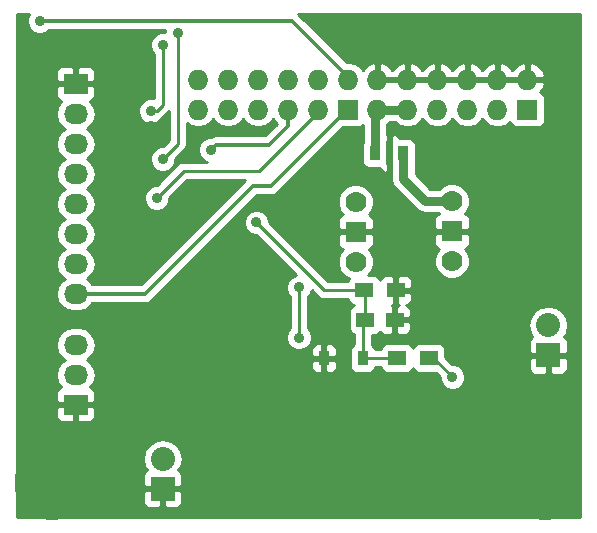
<source format=gbl>
%FSLAX46Y46*%
G04 Gerber Fmt 4.6, Leading zero omitted, Abs format (unit mm)*
G04 Created by KiCad (PCBNEW (2014-10-27 BZR 5228)-product) date 28/06/2015 08:06:50*
%MOMM*%
G01*
G04 APERTURE LIST*
%ADD10C,0.100000*%
%ADD11R,0.899160X1.249680*%
%ADD12R,0.500380X1.998980*%
%ADD13R,2.032000X2.032000*%
%ADD14O,2.032000X2.032000*%
%ADD15R,2.032000X1.727200*%
%ADD16O,2.032000X1.727200*%
%ADD17R,1.727200X1.727200*%
%ADD18O,1.727200X1.727200*%
%ADD19C,1.778000*%
%ADD20R,1.778000X1.778000*%
%ADD21C,6.350000*%
%ADD22R,1.500000X1.250000*%
%ADD23R,0.910000X1.220000*%
%ADD24R,1.500000X1.300000*%
%ADD25C,0.889000*%
%ADD26C,0.780000*%
%ADD27C,0.254000*%
%ADD28C,0.350000*%
G04 APERTURE END LIST*
D10*
D11*
X148398880Y-108500000D03*
X146001120Y-108500000D03*
D12*
X147200000Y-108500000D03*
D13*
X160650000Y-125600000D03*
D14*
X160650000Y-123060000D03*
D15*
X120650000Y-129794000D03*
D16*
X120650000Y-127254000D03*
X120650000Y-124714000D03*
D17*
X143700000Y-104800000D03*
D18*
X143700000Y-102260000D03*
X141160000Y-104800000D03*
X141160000Y-102260000D03*
X138620000Y-104800000D03*
X138620000Y-102260000D03*
X136080000Y-104800000D03*
X136080000Y-102260000D03*
X133540000Y-104800000D03*
X133540000Y-102260000D03*
X131000000Y-104800000D03*
X131000000Y-102260000D03*
D17*
X158900000Y-104800000D03*
D18*
X158900000Y-102260000D03*
X156360000Y-104800000D03*
X156360000Y-102260000D03*
X153820000Y-104800000D03*
X153820000Y-102260000D03*
X151280000Y-104800000D03*
X151280000Y-102260000D03*
X148740000Y-104800000D03*
X148740000Y-102260000D03*
X146200000Y-104800000D03*
X146200000Y-102260000D03*
D19*
X152500000Y-117640000D03*
D20*
X152500000Y-115100000D03*
D19*
X152500000Y-112560000D03*
X144350000Y-117690000D03*
D20*
X144350000Y-115150000D03*
D19*
X144350000Y-112610000D03*
D13*
X128016000Y-136906000D03*
D14*
X128016000Y-134366000D03*
D21*
X118618000Y-136398000D03*
X160400000Y-136400000D03*
D22*
X145150000Y-122600000D03*
X147650000Y-122600000D03*
D23*
X141665000Y-125850000D03*
X144935000Y-125850000D03*
D24*
X150550000Y-125850000D03*
X147850000Y-125850000D03*
X145050000Y-120100000D03*
X147750000Y-120100000D03*
D15*
X120650000Y-102616000D03*
D16*
X120650000Y-105156000D03*
X120650000Y-107696000D03*
X120650000Y-110236000D03*
X120650000Y-112776000D03*
X120650000Y-115316000D03*
X120650000Y-117856000D03*
X120650000Y-120396000D03*
D25*
X123190000Y-114554000D03*
X127000000Y-110236000D03*
X127000000Y-106172000D03*
X127000000Y-102108000D03*
X127508000Y-115824000D03*
X128270000Y-120396000D03*
X137900000Y-134400000D03*
X133800000Y-111500000D03*
X136250000Y-112650000D03*
X147050000Y-129400000D03*
X135500000Y-120350000D03*
X152550000Y-127450000D03*
X139550000Y-124100000D03*
X139550000Y-119850000D03*
X117602000Y-97282000D03*
X132100000Y-108200000D03*
X135950000Y-114350000D03*
X128016000Y-108966000D03*
X129286000Y-98298000D03*
X127000000Y-104902000D03*
X128016000Y-99314000D03*
X127508000Y-112268000D03*
D26*
X148398880Y-108500000D02*
X148398880Y-110698880D01*
X150260000Y-112560000D02*
X152500000Y-112560000D01*
X148398880Y-110698880D02*
X150260000Y-112560000D01*
X146001120Y-108500000D02*
X146001120Y-104998880D01*
X146001120Y-104998880D02*
X146200000Y-104800000D01*
X146200000Y-104800000D02*
X148740000Y-104800000D01*
D27*
X152550000Y-127450000D02*
X150950000Y-125850000D01*
X150950000Y-125850000D02*
X150550000Y-125850000D01*
X139550000Y-124100000D02*
X139550000Y-119850000D01*
X143700000Y-104800000D02*
X143612000Y-104800000D01*
D28*
X135636000Y-111252000D02*
X126492000Y-120396000D01*
X137160000Y-111252000D02*
X135636000Y-111252000D01*
X143612000Y-104800000D02*
X137160000Y-111252000D01*
X126492000Y-120396000D02*
X120650000Y-120396000D01*
D27*
X143700000Y-102260000D02*
X143700000Y-102044000D01*
D28*
X143700000Y-102044000D02*
X138938000Y-97282000D01*
X138938000Y-97282000D02*
X117602000Y-97282000D01*
X138620000Y-106230000D02*
X138620000Y-104800000D01*
X137050000Y-107800000D02*
X138620000Y-106230000D01*
X132500000Y-107800000D02*
X137050000Y-107800000D01*
X132100000Y-108200000D02*
X132500000Y-107800000D01*
D27*
X145050000Y-120100000D02*
X141700000Y-120100000D01*
X141700000Y-120100000D02*
X135950000Y-114350000D01*
X145150000Y-122600000D02*
X145150000Y-120200000D01*
X145150000Y-120200000D02*
X145050000Y-120100000D01*
X144935000Y-125850000D02*
X144935000Y-122815000D01*
X144935000Y-122815000D02*
X145150000Y-122600000D01*
X147850000Y-125850000D02*
X144935000Y-125850000D01*
X129286000Y-107696000D02*
X128016000Y-108966000D01*
X129286000Y-98298000D02*
X129286000Y-107696000D01*
X127508000Y-104902000D02*
X127000000Y-104902000D01*
X128016000Y-104394000D02*
X127508000Y-104902000D01*
X128016000Y-99314000D02*
X128016000Y-104394000D01*
X136080000Y-102260000D02*
X136080000Y-101790000D01*
X141160000Y-104800000D02*
X141160000Y-104966000D01*
X141160000Y-104966000D02*
X136144000Y-109982000D01*
X136144000Y-109982000D02*
X129794000Y-109982000D01*
X129794000Y-109982000D02*
X127508000Y-112268000D01*
G36*
X163315000Y-139315000D02*
X162333345Y-139315000D01*
X162333345Y-123060000D01*
X162207670Y-122428190D01*
X161849778Y-121892567D01*
X161314155Y-121534675D01*
X160682345Y-121409000D01*
X160617655Y-121409000D01*
X159985845Y-121534675D01*
X159450222Y-121892567D01*
X159092330Y-122428190D01*
X158966655Y-123060000D01*
X159092330Y-123691810D01*
X159316965Y-124028001D01*
X159274302Y-124045673D01*
X159095673Y-124224301D01*
X158999000Y-124457690D01*
X158999000Y-124710309D01*
X158999000Y-125314250D01*
X159157750Y-125473000D01*
X160523000Y-125473000D01*
X160523000Y-125453000D01*
X160777000Y-125453000D01*
X160777000Y-125473000D01*
X162142250Y-125473000D01*
X162301000Y-125314250D01*
X162301000Y-124710309D01*
X162301000Y-124457690D01*
X162204327Y-124224301D01*
X162025698Y-124045673D01*
X161983034Y-124028001D01*
X162207670Y-123691810D01*
X162333345Y-123060000D01*
X162333345Y-139315000D01*
X162301000Y-139315000D01*
X162301000Y-126742310D01*
X162301000Y-126489691D01*
X162301000Y-125885750D01*
X162142250Y-125727000D01*
X160777000Y-125727000D01*
X160777000Y-127092250D01*
X160935750Y-127251000D01*
X161792309Y-127251000D01*
X162025698Y-127154327D01*
X162204327Y-126975699D01*
X162301000Y-126742310D01*
X162301000Y-139315000D01*
X160523000Y-139315000D01*
X160523000Y-127092250D01*
X160523000Y-125727000D01*
X159157750Y-125727000D01*
X158999000Y-125885750D01*
X158999000Y-126489691D01*
X158999000Y-126742310D01*
X159095673Y-126975699D01*
X159274302Y-127154327D01*
X159507691Y-127251000D01*
X160364250Y-127251000D01*
X160523000Y-127092250D01*
X160523000Y-139315000D01*
X154024264Y-139315000D01*
X154024264Y-117338188D01*
X154024264Y-112258188D01*
X153792738Y-111697851D01*
X153364404Y-111268769D01*
X152804472Y-111036265D01*
X152198188Y-111035736D01*
X151637851Y-111267262D01*
X151369645Y-111535000D01*
X150684568Y-111535000D01*
X149423880Y-110274311D01*
X149423880Y-109394988D01*
X149483460Y-109251150D01*
X149483460Y-108998531D01*
X149483460Y-107748851D01*
X149386787Y-107515462D01*
X149208159Y-107336833D01*
X148974770Y-107240160D01*
X148722151Y-107240160D01*
X148029668Y-107240160D01*
X147988517Y-107140811D01*
X147809888Y-106962183D01*
X147576499Y-106865510D01*
X147483845Y-106865510D01*
X147325095Y-107024260D01*
X147325095Y-107722788D01*
X147314300Y-107748850D01*
X147314300Y-108001469D01*
X147314300Y-109251149D01*
X147325095Y-109277210D01*
X147325095Y-109975740D01*
X147373880Y-110024525D01*
X147373880Y-110698880D01*
X147451903Y-111091131D01*
X147674096Y-111423664D01*
X149535215Y-113284784D01*
X149535216Y-113284784D01*
X149867749Y-113506977D01*
X150260000Y-113585000D01*
X151369829Y-113585000D01*
X151397073Y-113612292D01*
X151251302Y-113672673D01*
X151072673Y-113851301D01*
X150976000Y-114084690D01*
X150976000Y-114337309D01*
X150976000Y-114814250D01*
X151134750Y-114973000D01*
X152373000Y-114973000D01*
X152373000Y-114953000D01*
X152627000Y-114953000D01*
X152627000Y-114973000D01*
X153865250Y-114973000D01*
X154024000Y-114814250D01*
X154024000Y-114337309D01*
X154024000Y-114084690D01*
X153927327Y-113851301D01*
X153748698Y-113672673D01*
X153602988Y-113612318D01*
X153791231Y-113424404D01*
X154023735Y-112864472D01*
X154024264Y-112258188D01*
X154024264Y-117338188D01*
X153792738Y-116777851D01*
X153602926Y-116587707D01*
X153748698Y-116527327D01*
X153927327Y-116348699D01*
X154024000Y-116115310D01*
X154024000Y-115862691D01*
X154024000Y-115385750D01*
X153865250Y-115227000D01*
X152627000Y-115227000D01*
X152627000Y-115247000D01*
X152373000Y-115247000D01*
X152373000Y-115227000D01*
X151134750Y-115227000D01*
X150976000Y-115385750D01*
X150976000Y-115862691D01*
X150976000Y-116115310D01*
X151072673Y-116348699D01*
X151251302Y-116527327D01*
X151397011Y-116587681D01*
X151208769Y-116775596D01*
X150976265Y-117335528D01*
X150975736Y-117941812D01*
X151207262Y-118502149D01*
X151635596Y-118931231D01*
X152195528Y-119163735D01*
X152801812Y-119164264D01*
X153362149Y-118932738D01*
X153791231Y-118504404D01*
X154023735Y-117944472D01*
X154024264Y-117338188D01*
X154024264Y-139315000D01*
X153629687Y-139315000D01*
X153629687Y-127236216D01*
X153465689Y-126839311D01*
X153162286Y-126535378D01*
X152765668Y-126370687D01*
X152548128Y-126370497D01*
X151935000Y-125757369D01*
X151935000Y-125073691D01*
X151838327Y-124840302D01*
X151659699Y-124661673D01*
X151426310Y-124565000D01*
X151173691Y-124565000D01*
X149673691Y-124565000D01*
X149440302Y-124661673D01*
X149261673Y-124840301D01*
X149199999Y-124989193D01*
X149138327Y-124840302D01*
X149135000Y-124836974D01*
X149135000Y-120876310D01*
X149135000Y-120623691D01*
X149135000Y-120385750D01*
X149135000Y-119814250D01*
X149135000Y-119576309D01*
X149135000Y-119323690D01*
X149038327Y-119090301D01*
X148859698Y-118911673D01*
X148626309Y-118815000D01*
X148035750Y-118815000D01*
X147877000Y-118973750D01*
X147877000Y-119973000D01*
X148976250Y-119973000D01*
X149135000Y-119814250D01*
X149135000Y-120385750D01*
X148976250Y-120227000D01*
X147877000Y-120227000D01*
X147877000Y-121226250D01*
X147990750Y-121340000D01*
X147935750Y-121340000D01*
X147777000Y-121498750D01*
X147777000Y-122473000D01*
X148876250Y-122473000D01*
X149035000Y-122314250D01*
X149035000Y-122101309D01*
X149035000Y-121848690D01*
X148938327Y-121615301D01*
X148759698Y-121436673D01*
X148630628Y-121383210D01*
X148859698Y-121288327D01*
X149038327Y-121109699D01*
X149135000Y-120876310D01*
X149135000Y-124836974D01*
X149035000Y-124736974D01*
X149035000Y-123351310D01*
X149035000Y-123098691D01*
X149035000Y-122885750D01*
X148876250Y-122727000D01*
X147777000Y-122727000D01*
X147777000Y-123701250D01*
X147935750Y-123860000D01*
X148526309Y-123860000D01*
X148759698Y-123763327D01*
X148938327Y-123584699D01*
X149035000Y-123351310D01*
X149035000Y-124736974D01*
X148959699Y-124661673D01*
X148726310Y-124565000D01*
X148473691Y-124565000D01*
X146973691Y-124565000D01*
X146740302Y-124661673D01*
X146561673Y-124840301D01*
X146465000Y-125073690D01*
X146465000Y-125088000D01*
X146014358Y-125088000D01*
X145928327Y-124880302D01*
X145749699Y-124701673D01*
X145697000Y-124679844D01*
X145697000Y-123860000D01*
X146026309Y-123860000D01*
X146259698Y-123763327D01*
X146400000Y-123623025D01*
X146540302Y-123763327D01*
X146773691Y-123860000D01*
X147364250Y-123860000D01*
X147523000Y-123701250D01*
X147523000Y-122727000D01*
X147503000Y-122727000D01*
X147503000Y-122473000D01*
X147523000Y-122473000D01*
X147523000Y-121498750D01*
X147409250Y-121385000D01*
X147464250Y-121385000D01*
X147623000Y-121226250D01*
X147623000Y-120227000D01*
X147603000Y-120227000D01*
X147603000Y-119973000D01*
X147623000Y-119973000D01*
X147623000Y-118973750D01*
X147464250Y-118815000D01*
X146873691Y-118815000D01*
X146640302Y-118911673D01*
X146461673Y-119090301D01*
X146399999Y-119239193D01*
X146338327Y-119090302D01*
X146159699Y-118911673D01*
X145926310Y-118815000D01*
X145673691Y-118815000D01*
X145380179Y-118815000D01*
X145641231Y-118554404D01*
X145873735Y-117994472D01*
X145874264Y-117388188D01*
X145874264Y-112308188D01*
X145642738Y-111747851D01*
X145214404Y-111318769D01*
X144654472Y-111086265D01*
X144048188Y-111085736D01*
X143487851Y-111317262D01*
X143058769Y-111745596D01*
X142826265Y-112305528D01*
X142825736Y-112911812D01*
X143057262Y-113472149D01*
X143247073Y-113662292D01*
X143101302Y-113722673D01*
X142922673Y-113901301D01*
X142826000Y-114134690D01*
X142826000Y-114387309D01*
X142826000Y-114864250D01*
X142984750Y-115023000D01*
X144223000Y-115023000D01*
X144223000Y-115003000D01*
X144477000Y-115003000D01*
X144477000Y-115023000D01*
X145715250Y-115023000D01*
X145874000Y-114864250D01*
X145874000Y-114387309D01*
X145874000Y-114134690D01*
X145777327Y-113901301D01*
X145598698Y-113722673D01*
X145452988Y-113662318D01*
X145641231Y-113474404D01*
X145873735Y-112914472D01*
X145874264Y-112308188D01*
X145874264Y-117388188D01*
X145642738Y-116827851D01*
X145452926Y-116637707D01*
X145598698Y-116577327D01*
X145777327Y-116398699D01*
X145874000Y-116165310D01*
X145874000Y-115912691D01*
X145874000Y-115435750D01*
X145715250Y-115277000D01*
X144477000Y-115277000D01*
X144477000Y-115297000D01*
X144223000Y-115297000D01*
X144223000Y-115277000D01*
X142984750Y-115277000D01*
X142826000Y-115435750D01*
X142826000Y-115912691D01*
X142826000Y-116165310D01*
X142922673Y-116398699D01*
X143101302Y-116577327D01*
X143247011Y-116637681D01*
X143058769Y-116825596D01*
X142826265Y-117385528D01*
X142825736Y-117991812D01*
X143057262Y-118552149D01*
X143485596Y-118981231D01*
X143759705Y-119095051D01*
X143665000Y-119323690D01*
X143665000Y-119338000D01*
X142015630Y-119338000D01*
X137029499Y-114351869D01*
X137029687Y-114136216D01*
X136865689Y-113739311D01*
X136562286Y-113435378D01*
X136165668Y-113270687D01*
X135736216Y-113270313D01*
X135339311Y-113434311D01*
X135035378Y-113737714D01*
X134870687Y-114134332D01*
X134870313Y-114563784D01*
X135034311Y-114960689D01*
X135337714Y-115264622D01*
X135734332Y-115429313D01*
X135951872Y-115429502D01*
X139305411Y-118783041D01*
X138939311Y-118934311D01*
X138635378Y-119237714D01*
X138470687Y-119634332D01*
X138470313Y-120063784D01*
X138634311Y-120460689D01*
X138788000Y-120614646D01*
X138788000Y-123335358D01*
X138635378Y-123487714D01*
X138470687Y-123884332D01*
X138470313Y-124313784D01*
X138634311Y-124710689D01*
X138937714Y-125014622D01*
X139334332Y-125179313D01*
X139763784Y-125179687D01*
X140160689Y-125015689D01*
X140464622Y-124712286D01*
X140629313Y-124315668D01*
X140629687Y-123886216D01*
X140465689Y-123489311D01*
X140312000Y-123335353D01*
X140312000Y-120614641D01*
X140464622Y-120462286D01*
X140617202Y-120094832D01*
X141161185Y-120638815D01*
X141408395Y-120803996D01*
X141408396Y-120803996D01*
X141700000Y-120862000D01*
X143665000Y-120862000D01*
X143665000Y-120876309D01*
X143761673Y-121109698D01*
X143940301Y-121288327D01*
X144169370Y-121383210D01*
X144040302Y-121436673D01*
X143861673Y-121615301D01*
X143765000Y-121848690D01*
X143765000Y-122101309D01*
X143765000Y-123351309D01*
X143861673Y-123584698D01*
X144040301Y-123763327D01*
X144173000Y-123818292D01*
X144173000Y-124679844D01*
X144120302Y-124701673D01*
X143941673Y-124880301D01*
X143845000Y-125113690D01*
X143845000Y-125366309D01*
X143845000Y-126586309D01*
X143941673Y-126819698D01*
X144120301Y-126998327D01*
X144353690Y-127095000D01*
X144606309Y-127095000D01*
X145516309Y-127095000D01*
X145749698Y-126998327D01*
X145928327Y-126819699D01*
X146014358Y-126612000D01*
X146465000Y-126612000D01*
X146465000Y-126626309D01*
X146561673Y-126859698D01*
X146740301Y-127038327D01*
X146973690Y-127135000D01*
X147226309Y-127135000D01*
X148726309Y-127135000D01*
X148959698Y-127038327D01*
X149138327Y-126859699D01*
X149200000Y-126710806D01*
X149261673Y-126859698D01*
X149440301Y-127038327D01*
X149673690Y-127135000D01*
X149926309Y-127135000D01*
X151157369Y-127135000D01*
X151470500Y-127448131D01*
X151470313Y-127663784D01*
X151634311Y-128060689D01*
X151937714Y-128364622D01*
X152334332Y-128529313D01*
X152763784Y-128529687D01*
X153160689Y-128365689D01*
X153464622Y-128062286D01*
X153629313Y-127665668D01*
X153629687Y-127236216D01*
X153629687Y-139315000D01*
X142755000Y-139315000D01*
X142755000Y-126586310D01*
X142755000Y-126333691D01*
X142755000Y-126135750D01*
X142755000Y-125564250D01*
X142755000Y-125366309D01*
X142755000Y-125113690D01*
X142658327Y-124880301D01*
X142479698Y-124701673D01*
X142246309Y-124605000D01*
X141950750Y-124605000D01*
X141792000Y-124763750D01*
X141792000Y-125723000D01*
X142596250Y-125723000D01*
X142755000Y-125564250D01*
X142755000Y-126135750D01*
X142596250Y-125977000D01*
X141792000Y-125977000D01*
X141792000Y-126936250D01*
X141950750Y-127095000D01*
X142246309Y-127095000D01*
X142479698Y-126998327D01*
X142658327Y-126819699D01*
X142755000Y-126586310D01*
X142755000Y-139315000D01*
X141538000Y-139315000D01*
X141538000Y-126936250D01*
X141538000Y-125977000D01*
X141538000Y-125723000D01*
X141538000Y-124763750D01*
X141379250Y-124605000D01*
X141083691Y-124605000D01*
X140850302Y-124701673D01*
X140671673Y-124880301D01*
X140575000Y-125113690D01*
X140575000Y-125366309D01*
X140575000Y-125564250D01*
X140733750Y-125723000D01*
X141538000Y-125723000D01*
X141538000Y-125977000D01*
X140733750Y-125977000D01*
X140575000Y-126135750D01*
X140575000Y-126333691D01*
X140575000Y-126586310D01*
X140671673Y-126819699D01*
X140850302Y-126998327D01*
X141083691Y-127095000D01*
X141379250Y-127095000D01*
X141538000Y-126936250D01*
X141538000Y-139315000D01*
X129699345Y-139315000D01*
X129699345Y-134366000D01*
X129573670Y-133734190D01*
X129215778Y-133198567D01*
X128680155Y-132840675D01*
X128048345Y-132715000D01*
X127983655Y-132715000D01*
X127351845Y-132840675D01*
X126816222Y-133198567D01*
X126458330Y-133734190D01*
X126332655Y-134366000D01*
X126458330Y-134997810D01*
X126682965Y-135334001D01*
X126640302Y-135351673D01*
X126461673Y-135530301D01*
X126365000Y-135763690D01*
X126365000Y-136016309D01*
X126365000Y-136620250D01*
X126523750Y-136779000D01*
X127889000Y-136779000D01*
X127889000Y-136759000D01*
X128143000Y-136759000D01*
X128143000Y-136779000D01*
X129508250Y-136779000D01*
X129667000Y-136620250D01*
X129667000Y-136016309D01*
X129667000Y-135763690D01*
X129570327Y-135530301D01*
X129391698Y-135351673D01*
X129349034Y-135334001D01*
X129573670Y-134997810D01*
X129699345Y-134366000D01*
X129699345Y-139315000D01*
X129667000Y-139315000D01*
X129667000Y-138048310D01*
X129667000Y-137795691D01*
X129667000Y-137191750D01*
X129508250Y-137033000D01*
X128143000Y-137033000D01*
X128143000Y-138398250D01*
X128301750Y-138557000D01*
X129158309Y-138557000D01*
X129391698Y-138460327D01*
X129570327Y-138281699D01*
X129667000Y-138048310D01*
X129667000Y-139315000D01*
X127889000Y-139315000D01*
X127889000Y-138398250D01*
X127889000Y-137033000D01*
X126523750Y-137033000D01*
X126365000Y-137191750D01*
X126365000Y-137795691D01*
X126365000Y-138048310D01*
X126461673Y-138281699D01*
X126640302Y-138460327D01*
X126873691Y-138557000D01*
X127730250Y-138557000D01*
X127889000Y-138398250D01*
X127889000Y-139315000D01*
X122333345Y-139315000D01*
X122333345Y-127254000D01*
X122219271Y-126680511D01*
X121894415Y-126194330D01*
X121579634Y-125984000D01*
X121894415Y-125773670D01*
X122219271Y-125287489D01*
X122333345Y-124714000D01*
X122219271Y-124140511D01*
X121894415Y-123654330D01*
X121408234Y-123329474D01*
X120834745Y-123215400D01*
X120465255Y-123215400D01*
X119891766Y-123329474D01*
X119405585Y-123654330D01*
X119080729Y-124140511D01*
X118966655Y-124714000D01*
X119080729Y-125287489D01*
X119405585Y-125773670D01*
X119720365Y-125984000D01*
X119405585Y-126194330D01*
X119080729Y-126680511D01*
X118966655Y-127254000D01*
X119080729Y-127827489D01*
X119405585Y-128313670D01*
X119427780Y-128328500D01*
X119274302Y-128392073D01*
X119095673Y-128570701D01*
X118999000Y-128804090D01*
X118999000Y-129056709D01*
X118999000Y-129508250D01*
X119157750Y-129667000D01*
X120523000Y-129667000D01*
X120523000Y-129647000D01*
X120777000Y-129647000D01*
X120777000Y-129667000D01*
X122142250Y-129667000D01*
X122301000Y-129508250D01*
X122301000Y-129056709D01*
X122301000Y-128804090D01*
X122204327Y-128570701D01*
X122025698Y-128392073D01*
X121872219Y-128328500D01*
X121894415Y-128313670D01*
X122219271Y-127827489D01*
X122333345Y-127254000D01*
X122333345Y-139315000D01*
X122301000Y-139315000D01*
X122301000Y-130783910D01*
X122301000Y-130531291D01*
X122301000Y-130079750D01*
X122142250Y-129921000D01*
X120777000Y-129921000D01*
X120777000Y-131133850D01*
X120935750Y-131292600D01*
X121792309Y-131292600D01*
X122025698Y-131195927D01*
X122204327Y-131017299D01*
X122301000Y-130783910D01*
X122301000Y-139315000D01*
X120523000Y-139315000D01*
X120523000Y-131133850D01*
X120523000Y-129921000D01*
X119157750Y-129921000D01*
X118999000Y-130079750D01*
X118999000Y-130531291D01*
X118999000Y-130783910D01*
X119095673Y-131017299D01*
X119274302Y-131195927D01*
X119507691Y-131292600D01*
X120364250Y-131292600D01*
X120523000Y-131133850D01*
X120523000Y-139315000D01*
X115685000Y-139315000D01*
X115685000Y-96685000D01*
X116681030Y-96685000D01*
X116522687Y-97066332D01*
X116522313Y-97495784D01*
X116686311Y-97892689D01*
X116989714Y-98196622D01*
X117386332Y-98361313D01*
X117815784Y-98361687D01*
X118212689Y-98197689D01*
X118318562Y-98092000D01*
X128206678Y-98092000D01*
X128206554Y-98234665D01*
X127802216Y-98234313D01*
X127405311Y-98398311D01*
X127101378Y-98701714D01*
X126936687Y-99098332D01*
X126936313Y-99527784D01*
X127100311Y-99924689D01*
X127254000Y-100078646D01*
X127254000Y-103838603D01*
X127215668Y-103822687D01*
X126786216Y-103822313D01*
X126389311Y-103986311D01*
X126085378Y-104289714D01*
X125920687Y-104686332D01*
X125920313Y-105115784D01*
X126084311Y-105512689D01*
X126387714Y-105816622D01*
X126784332Y-105981313D01*
X127213784Y-105981687D01*
X127610689Y-105817689D01*
X127869608Y-105559220D01*
X127869609Y-105559219D01*
X128046815Y-105440815D01*
X128524000Y-104963630D01*
X128524000Y-107380369D01*
X128017868Y-107886500D01*
X127802216Y-107886313D01*
X127405311Y-108050311D01*
X127101378Y-108353714D01*
X126936687Y-108750332D01*
X126936313Y-109179784D01*
X127100311Y-109576689D01*
X127403714Y-109880622D01*
X127800332Y-110045313D01*
X128229784Y-110045687D01*
X128626689Y-109881689D01*
X128930622Y-109578286D01*
X129095313Y-109181668D01*
X129095502Y-108964127D01*
X129824815Y-108234816D01*
X129824815Y-108234815D01*
X129989996Y-107987605D01*
X130047999Y-107696000D01*
X130048000Y-107696000D01*
X130048000Y-105951229D01*
X130397152Y-106184526D01*
X130970641Y-106298600D01*
X131029359Y-106298600D01*
X131602848Y-106184526D01*
X132089029Y-105859670D01*
X132270000Y-105588827D01*
X132450971Y-105859670D01*
X132937152Y-106184526D01*
X133510641Y-106298600D01*
X133569359Y-106298600D01*
X134142848Y-106184526D01*
X134629029Y-105859670D01*
X134810000Y-105588827D01*
X134990971Y-105859670D01*
X135477152Y-106184526D01*
X136050641Y-106298600D01*
X136109359Y-106298600D01*
X136682848Y-106184526D01*
X137169029Y-105859670D01*
X137350000Y-105588827D01*
X137530971Y-105859670D01*
X137719107Y-105985379D01*
X136714487Y-106990000D01*
X132500000Y-106990000D01*
X132190026Y-107051658D01*
X132087015Y-107120487D01*
X131886216Y-107120313D01*
X131489311Y-107284311D01*
X131185378Y-107587714D01*
X131020687Y-107984332D01*
X131020313Y-108413784D01*
X131184311Y-108810689D01*
X131487714Y-109114622D01*
X131741491Y-109220000D01*
X129794000Y-109220000D01*
X129502395Y-109278004D01*
X129255184Y-109443185D01*
X127509868Y-111188500D01*
X127294216Y-111188313D01*
X126897311Y-111352311D01*
X126593378Y-111655714D01*
X126428687Y-112052332D01*
X126428313Y-112481784D01*
X126592311Y-112878689D01*
X126895714Y-113182622D01*
X127292332Y-113347313D01*
X127721784Y-113347687D01*
X128118689Y-113183689D01*
X128422622Y-112880286D01*
X128587313Y-112483668D01*
X128587502Y-112266127D01*
X130109630Y-110744000D01*
X134998487Y-110744000D01*
X126156487Y-119586000D01*
X122061239Y-119586000D01*
X121894415Y-119336330D01*
X121579634Y-119126000D01*
X121894415Y-118915670D01*
X122219271Y-118429489D01*
X122333345Y-117856000D01*
X122219271Y-117282511D01*
X121894415Y-116796330D01*
X121579634Y-116586000D01*
X121894415Y-116375670D01*
X122219271Y-115889489D01*
X122333345Y-115316000D01*
X122219271Y-114742511D01*
X121894415Y-114256330D01*
X121579634Y-114046000D01*
X121894415Y-113835670D01*
X122219271Y-113349489D01*
X122333345Y-112776000D01*
X122219271Y-112202511D01*
X121894415Y-111716330D01*
X121579634Y-111506000D01*
X121894415Y-111295670D01*
X122219271Y-110809489D01*
X122333345Y-110236000D01*
X122219271Y-109662511D01*
X121894415Y-109176330D01*
X121579634Y-108966000D01*
X121894415Y-108755670D01*
X122219271Y-108269489D01*
X122333345Y-107696000D01*
X122219271Y-107122511D01*
X121894415Y-106636330D01*
X121579634Y-106426000D01*
X121894415Y-106215670D01*
X122219271Y-105729489D01*
X122333345Y-105156000D01*
X122219271Y-104582511D01*
X121894415Y-104096330D01*
X121872219Y-104081499D01*
X122025698Y-104017927D01*
X122204327Y-103839299D01*
X122301000Y-103605910D01*
X122301000Y-103353291D01*
X122301000Y-102901750D01*
X122301000Y-102330250D01*
X122301000Y-101878709D01*
X122301000Y-101626090D01*
X122204327Y-101392701D01*
X122025698Y-101214073D01*
X121792309Y-101117400D01*
X120935750Y-101117400D01*
X120777000Y-101276150D01*
X120777000Y-102489000D01*
X122142250Y-102489000D01*
X122301000Y-102330250D01*
X122301000Y-102901750D01*
X122142250Y-102743000D01*
X120777000Y-102743000D01*
X120777000Y-102763000D01*
X120523000Y-102763000D01*
X120523000Y-102743000D01*
X120523000Y-102489000D01*
X120523000Y-101276150D01*
X120364250Y-101117400D01*
X119507691Y-101117400D01*
X119274302Y-101214073D01*
X119095673Y-101392701D01*
X118999000Y-101626090D01*
X118999000Y-101878709D01*
X118999000Y-102330250D01*
X119157750Y-102489000D01*
X120523000Y-102489000D01*
X120523000Y-102743000D01*
X119157750Y-102743000D01*
X118999000Y-102901750D01*
X118999000Y-103353291D01*
X118999000Y-103605910D01*
X119095673Y-103839299D01*
X119274302Y-104017927D01*
X119427780Y-104081499D01*
X119405585Y-104096330D01*
X119080729Y-104582511D01*
X118966655Y-105156000D01*
X119080729Y-105729489D01*
X119405585Y-106215670D01*
X119720365Y-106426000D01*
X119405585Y-106636330D01*
X119080729Y-107122511D01*
X118966655Y-107696000D01*
X119080729Y-108269489D01*
X119405585Y-108755670D01*
X119720365Y-108966000D01*
X119405585Y-109176330D01*
X119080729Y-109662511D01*
X118966655Y-110236000D01*
X119080729Y-110809489D01*
X119405585Y-111295670D01*
X119720365Y-111506000D01*
X119405585Y-111716330D01*
X119080729Y-112202511D01*
X118966655Y-112776000D01*
X119080729Y-113349489D01*
X119405585Y-113835670D01*
X119720365Y-114046000D01*
X119405585Y-114256330D01*
X119080729Y-114742511D01*
X118966655Y-115316000D01*
X119080729Y-115889489D01*
X119405585Y-116375670D01*
X119720365Y-116586000D01*
X119405585Y-116796330D01*
X119080729Y-117282511D01*
X118966655Y-117856000D01*
X119080729Y-118429489D01*
X119405585Y-118915670D01*
X119720365Y-119126000D01*
X119405585Y-119336330D01*
X119080729Y-119822511D01*
X118966655Y-120396000D01*
X119080729Y-120969489D01*
X119405585Y-121455670D01*
X119891766Y-121780526D01*
X120465255Y-121894600D01*
X120834745Y-121894600D01*
X121408234Y-121780526D01*
X121894415Y-121455670D01*
X122061239Y-121206000D01*
X126492000Y-121206000D01*
X126492000Y-121205999D01*
X126801973Y-121144342D01*
X126801974Y-121144342D01*
X127064756Y-120968756D01*
X135971512Y-112062000D01*
X137160000Y-112062000D01*
X137160000Y-112061999D01*
X137469973Y-112000342D01*
X137469974Y-112000342D01*
X137732756Y-111824756D01*
X143258912Y-106298600D01*
X144689909Y-106298600D01*
X144923298Y-106201927D01*
X144976120Y-106149105D01*
X144976120Y-107605011D01*
X144916540Y-107748850D01*
X144916540Y-108001469D01*
X144916540Y-109251149D01*
X145013213Y-109484538D01*
X145191841Y-109663167D01*
X145425230Y-109759840D01*
X145677849Y-109759840D01*
X146370331Y-109759840D01*
X146411483Y-109859189D01*
X146590112Y-110037817D01*
X146823501Y-110134490D01*
X146916155Y-110134490D01*
X147074905Y-109975740D01*
X147074905Y-109277211D01*
X147085700Y-109251150D01*
X147085700Y-108998531D01*
X147085700Y-107748851D01*
X147074905Y-107722789D01*
X147074905Y-107024260D01*
X147026120Y-106975475D01*
X147026120Y-106035340D01*
X147289029Y-105859670D01*
X147312194Y-105825000D01*
X147627805Y-105825000D01*
X147650971Y-105859670D01*
X148137152Y-106184526D01*
X148710641Y-106298600D01*
X148769359Y-106298600D01*
X149342848Y-106184526D01*
X149829029Y-105859670D01*
X150010000Y-105588827D01*
X150190971Y-105859670D01*
X150677152Y-106184526D01*
X151250641Y-106298600D01*
X151309359Y-106298600D01*
X151882848Y-106184526D01*
X152369029Y-105859670D01*
X152550000Y-105588827D01*
X152730971Y-105859670D01*
X153217152Y-106184526D01*
X153790641Y-106298600D01*
X153849359Y-106298600D01*
X154422848Y-106184526D01*
X154909029Y-105859670D01*
X155090000Y-105588827D01*
X155270971Y-105859670D01*
X155757152Y-106184526D01*
X156330641Y-106298600D01*
X156389359Y-106298600D01*
X156962848Y-106184526D01*
X157434356Y-105869473D01*
X157498073Y-106023298D01*
X157676701Y-106201927D01*
X157910090Y-106298600D01*
X158162709Y-106298600D01*
X159889909Y-106298600D01*
X160123298Y-106201927D01*
X160301927Y-106023299D01*
X160398600Y-105789910D01*
X160398600Y-105537291D01*
X160398600Y-103810091D01*
X160301927Y-103576702D01*
X160123299Y-103398073D01*
X159925880Y-103316299D01*
X160182688Y-103034947D01*
X160354958Y-102619026D01*
X160354958Y-101900974D01*
X160182688Y-101485053D01*
X159788490Y-101053179D01*
X159259027Y-100805032D01*
X159027000Y-100925531D01*
X159027000Y-102133000D01*
X160233817Y-102133000D01*
X160354958Y-101900974D01*
X160354958Y-102619026D01*
X160233817Y-102387000D01*
X159027000Y-102387000D01*
X159027000Y-102407000D01*
X158773000Y-102407000D01*
X158773000Y-102387000D01*
X158773000Y-102133000D01*
X158773000Y-100925531D01*
X158540973Y-100805032D01*
X158011510Y-101053179D01*
X157630000Y-101471152D01*
X157248490Y-101053179D01*
X156719027Y-100805032D01*
X156487000Y-100925531D01*
X156487000Y-102133000D01*
X157566183Y-102133000D01*
X157693817Y-102133000D01*
X158773000Y-102133000D01*
X158773000Y-102387000D01*
X157693817Y-102387000D01*
X157566183Y-102387000D01*
X156487000Y-102387000D01*
X156487000Y-102407000D01*
X156233000Y-102407000D01*
X156233000Y-102387000D01*
X156233000Y-102133000D01*
X156233000Y-100925531D01*
X156000973Y-100805032D01*
X155471510Y-101053179D01*
X155090000Y-101471152D01*
X154708490Y-101053179D01*
X154179027Y-100805032D01*
X153947000Y-100925531D01*
X153947000Y-102133000D01*
X155026183Y-102133000D01*
X155153817Y-102133000D01*
X156233000Y-102133000D01*
X156233000Y-102387000D01*
X155153817Y-102387000D01*
X155026183Y-102387000D01*
X153947000Y-102387000D01*
X153947000Y-102407000D01*
X153693000Y-102407000D01*
X153693000Y-102387000D01*
X153693000Y-102133000D01*
X153693000Y-100925531D01*
X153460973Y-100805032D01*
X152931510Y-101053179D01*
X152550000Y-101471152D01*
X152168490Y-101053179D01*
X151639027Y-100805032D01*
X151407000Y-100925531D01*
X151407000Y-102133000D01*
X152486183Y-102133000D01*
X152613817Y-102133000D01*
X153693000Y-102133000D01*
X153693000Y-102387000D01*
X152613817Y-102387000D01*
X152486183Y-102387000D01*
X151407000Y-102387000D01*
X151407000Y-102407000D01*
X151153000Y-102407000D01*
X151153000Y-102387000D01*
X151153000Y-102133000D01*
X151153000Y-100925531D01*
X150920973Y-100805032D01*
X150391510Y-101053179D01*
X150010000Y-101471152D01*
X149628490Y-101053179D01*
X149099027Y-100805032D01*
X148867000Y-100925531D01*
X148867000Y-102133000D01*
X149946183Y-102133000D01*
X150073817Y-102133000D01*
X151153000Y-102133000D01*
X151153000Y-102387000D01*
X150073817Y-102387000D01*
X149946183Y-102387000D01*
X148867000Y-102387000D01*
X148867000Y-102407000D01*
X148613000Y-102407000D01*
X148613000Y-102387000D01*
X148613000Y-102133000D01*
X148613000Y-100925531D01*
X148380973Y-100805032D01*
X147851510Y-101053179D01*
X147470000Y-101471152D01*
X147088490Y-101053179D01*
X146559027Y-100805032D01*
X146327000Y-100925531D01*
X146327000Y-102133000D01*
X147406183Y-102133000D01*
X147533817Y-102133000D01*
X148613000Y-102133000D01*
X148613000Y-102387000D01*
X147533817Y-102387000D01*
X147406183Y-102387000D01*
X146327000Y-102387000D01*
X146327000Y-102407000D01*
X146073000Y-102407000D01*
X146073000Y-102387000D01*
X146053000Y-102387000D01*
X146053000Y-102133000D01*
X146073000Y-102133000D01*
X146073000Y-100925531D01*
X145840973Y-100805032D01*
X145311510Y-101053179D01*
X144953086Y-101445859D01*
X144789029Y-101200330D01*
X144302848Y-100875474D01*
X143729359Y-100761400D01*
X143670641Y-100761400D01*
X143580786Y-100779273D01*
X139510756Y-96709244D01*
X139474472Y-96685000D01*
X163315000Y-96685000D01*
X163315000Y-139315000D01*
X163315000Y-139315000D01*
G37*
X163315000Y-139315000D02*
X162333345Y-139315000D01*
X162333345Y-123060000D01*
X162207670Y-122428190D01*
X161849778Y-121892567D01*
X161314155Y-121534675D01*
X160682345Y-121409000D01*
X160617655Y-121409000D01*
X159985845Y-121534675D01*
X159450222Y-121892567D01*
X159092330Y-122428190D01*
X158966655Y-123060000D01*
X159092330Y-123691810D01*
X159316965Y-124028001D01*
X159274302Y-124045673D01*
X159095673Y-124224301D01*
X158999000Y-124457690D01*
X158999000Y-124710309D01*
X158999000Y-125314250D01*
X159157750Y-125473000D01*
X160523000Y-125473000D01*
X160523000Y-125453000D01*
X160777000Y-125453000D01*
X160777000Y-125473000D01*
X162142250Y-125473000D01*
X162301000Y-125314250D01*
X162301000Y-124710309D01*
X162301000Y-124457690D01*
X162204327Y-124224301D01*
X162025698Y-124045673D01*
X161983034Y-124028001D01*
X162207670Y-123691810D01*
X162333345Y-123060000D01*
X162333345Y-139315000D01*
X162301000Y-139315000D01*
X162301000Y-126742310D01*
X162301000Y-126489691D01*
X162301000Y-125885750D01*
X162142250Y-125727000D01*
X160777000Y-125727000D01*
X160777000Y-127092250D01*
X160935750Y-127251000D01*
X161792309Y-127251000D01*
X162025698Y-127154327D01*
X162204327Y-126975699D01*
X162301000Y-126742310D01*
X162301000Y-139315000D01*
X160523000Y-139315000D01*
X160523000Y-127092250D01*
X160523000Y-125727000D01*
X159157750Y-125727000D01*
X158999000Y-125885750D01*
X158999000Y-126489691D01*
X158999000Y-126742310D01*
X159095673Y-126975699D01*
X159274302Y-127154327D01*
X159507691Y-127251000D01*
X160364250Y-127251000D01*
X160523000Y-127092250D01*
X160523000Y-139315000D01*
X154024264Y-139315000D01*
X154024264Y-117338188D01*
X154024264Y-112258188D01*
X153792738Y-111697851D01*
X153364404Y-111268769D01*
X152804472Y-111036265D01*
X152198188Y-111035736D01*
X151637851Y-111267262D01*
X151369645Y-111535000D01*
X150684568Y-111535000D01*
X149423880Y-110274311D01*
X149423880Y-109394988D01*
X149483460Y-109251150D01*
X149483460Y-108998531D01*
X149483460Y-107748851D01*
X149386787Y-107515462D01*
X149208159Y-107336833D01*
X148974770Y-107240160D01*
X148722151Y-107240160D01*
X148029668Y-107240160D01*
X147988517Y-107140811D01*
X147809888Y-106962183D01*
X147576499Y-106865510D01*
X147483845Y-106865510D01*
X147325095Y-107024260D01*
X147325095Y-107722788D01*
X147314300Y-107748850D01*
X147314300Y-108001469D01*
X147314300Y-109251149D01*
X147325095Y-109277210D01*
X147325095Y-109975740D01*
X147373880Y-110024525D01*
X147373880Y-110698880D01*
X147451903Y-111091131D01*
X147674096Y-111423664D01*
X149535215Y-113284784D01*
X149535216Y-113284784D01*
X149867749Y-113506977D01*
X150260000Y-113585000D01*
X151369829Y-113585000D01*
X151397073Y-113612292D01*
X151251302Y-113672673D01*
X151072673Y-113851301D01*
X150976000Y-114084690D01*
X150976000Y-114337309D01*
X150976000Y-114814250D01*
X151134750Y-114973000D01*
X152373000Y-114973000D01*
X152373000Y-114953000D01*
X152627000Y-114953000D01*
X152627000Y-114973000D01*
X153865250Y-114973000D01*
X154024000Y-114814250D01*
X154024000Y-114337309D01*
X154024000Y-114084690D01*
X153927327Y-113851301D01*
X153748698Y-113672673D01*
X153602988Y-113612318D01*
X153791231Y-113424404D01*
X154023735Y-112864472D01*
X154024264Y-112258188D01*
X154024264Y-117338188D01*
X153792738Y-116777851D01*
X153602926Y-116587707D01*
X153748698Y-116527327D01*
X153927327Y-116348699D01*
X154024000Y-116115310D01*
X154024000Y-115862691D01*
X154024000Y-115385750D01*
X153865250Y-115227000D01*
X152627000Y-115227000D01*
X152627000Y-115247000D01*
X152373000Y-115247000D01*
X152373000Y-115227000D01*
X151134750Y-115227000D01*
X150976000Y-115385750D01*
X150976000Y-115862691D01*
X150976000Y-116115310D01*
X151072673Y-116348699D01*
X151251302Y-116527327D01*
X151397011Y-116587681D01*
X151208769Y-116775596D01*
X150976265Y-117335528D01*
X150975736Y-117941812D01*
X151207262Y-118502149D01*
X151635596Y-118931231D01*
X152195528Y-119163735D01*
X152801812Y-119164264D01*
X153362149Y-118932738D01*
X153791231Y-118504404D01*
X154023735Y-117944472D01*
X154024264Y-117338188D01*
X154024264Y-139315000D01*
X153629687Y-139315000D01*
X153629687Y-127236216D01*
X153465689Y-126839311D01*
X153162286Y-126535378D01*
X152765668Y-126370687D01*
X152548128Y-126370497D01*
X151935000Y-125757369D01*
X151935000Y-125073691D01*
X151838327Y-124840302D01*
X151659699Y-124661673D01*
X151426310Y-124565000D01*
X151173691Y-124565000D01*
X149673691Y-124565000D01*
X149440302Y-124661673D01*
X149261673Y-124840301D01*
X149199999Y-124989193D01*
X149138327Y-124840302D01*
X149135000Y-124836974D01*
X149135000Y-120876310D01*
X149135000Y-120623691D01*
X149135000Y-120385750D01*
X149135000Y-119814250D01*
X149135000Y-119576309D01*
X149135000Y-119323690D01*
X149038327Y-119090301D01*
X148859698Y-118911673D01*
X148626309Y-118815000D01*
X148035750Y-118815000D01*
X147877000Y-118973750D01*
X147877000Y-119973000D01*
X148976250Y-119973000D01*
X149135000Y-119814250D01*
X149135000Y-120385750D01*
X148976250Y-120227000D01*
X147877000Y-120227000D01*
X147877000Y-121226250D01*
X147990750Y-121340000D01*
X147935750Y-121340000D01*
X147777000Y-121498750D01*
X147777000Y-122473000D01*
X148876250Y-122473000D01*
X149035000Y-122314250D01*
X149035000Y-122101309D01*
X149035000Y-121848690D01*
X148938327Y-121615301D01*
X148759698Y-121436673D01*
X148630628Y-121383210D01*
X148859698Y-121288327D01*
X149038327Y-121109699D01*
X149135000Y-120876310D01*
X149135000Y-124836974D01*
X149035000Y-124736974D01*
X149035000Y-123351310D01*
X149035000Y-123098691D01*
X149035000Y-122885750D01*
X148876250Y-122727000D01*
X147777000Y-122727000D01*
X147777000Y-123701250D01*
X147935750Y-123860000D01*
X148526309Y-123860000D01*
X148759698Y-123763327D01*
X148938327Y-123584699D01*
X149035000Y-123351310D01*
X149035000Y-124736974D01*
X148959699Y-124661673D01*
X148726310Y-124565000D01*
X148473691Y-124565000D01*
X146973691Y-124565000D01*
X146740302Y-124661673D01*
X146561673Y-124840301D01*
X146465000Y-125073690D01*
X146465000Y-125088000D01*
X146014358Y-125088000D01*
X145928327Y-124880302D01*
X145749699Y-124701673D01*
X145697000Y-124679844D01*
X145697000Y-123860000D01*
X146026309Y-123860000D01*
X146259698Y-123763327D01*
X146400000Y-123623025D01*
X146540302Y-123763327D01*
X146773691Y-123860000D01*
X147364250Y-123860000D01*
X147523000Y-123701250D01*
X147523000Y-122727000D01*
X147503000Y-122727000D01*
X147503000Y-122473000D01*
X147523000Y-122473000D01*
X147523000Y-121498750D01*
X147409250Y-121385000D01*
X147464250Y-121385000D01*
X147623000Y-121226250D01*
X147623000Y-120227000D01*
X147603000Y-120227000D01*
X147603000Y-119973000D01*
X147623000Y-119973000D01*
X147623000Y-118973750D01*
X147464250Y-118815000D01*
X146873691Y-118815000D01*
X146640302Y-118911673D01*
X146461673Y-119090301D01*
X146399999Y-119239193D01*
X146338327Y-119090302D01*
X146159699Y-118911673D01*
X145926310Y-118815000D01*
X145673691Y-118815000D01*
X145380179Y-118815000D01*
X145641231Y-118554404D01*
X145873735Y-117994472D01*
X145874264Y-117388188D01*
X145874264Y-112308188D01*
X145642738Y-111747851D01*
X145214404Y-111318769D01*
X144654472Y-111086265D01*
X144048188Y-111085736D01*
X143487851Y-111317262D01*
X143058769Y-111745596D01*
X142826265Y-112305528D01*
X142825736Y-112911812D01*
X143057262Y-113472149D01*
X143247073Y-113662292D01*
X143101302Y-113722673D01*
X142922673Y-113901301D01*
X142826000Y-114134690D01*
X142826000Y-114387309D01*
X142826000Y-114864250D01*
X142984750Y-115023000D01*
X144223000Y-115023000D01*
X144223000Y-115003000D01*
X144477000Y-115003000D01*
X144477000Y-115023000D01*
X145715250Y-115023000D01*
X145874000Y-114864250D01*
X145874000Y-114387309D01*
X145874000Y-114134690D01*
X145777327Y-113901301D01*
X145598698Y-113722673D01*
X145452988Y-113662318D01*
X145641231Y-113474404D01*
X145873735Y-112914472D01*
X145874264Y-112308188D01*
X145874264Y-117388188D01*
X145642738Y-116827851D01*
X145452926Y-116637707D01*
X145598698Y-116577327D01*
X145777327Y-116398699D01*
X145874000Y-116165310D01*
X145874000Y-115912691D01*
X145874000Y-115435750D01*
X145715250Y-115277000D01*
X144477000Y-115277000D01*
X144477000Y-115297000D01*
X144223000Y-115297000D01*
X144223000Y-115277000D01*
X142984750Y-115277000D01*
X142826000Y-115435750D01*
X142826000Y-115912691D01*
X142826000Y-116165310D01*
X142922673Y-116398699D01*
X143101302Y-116577327D01*
X143247011Y-116637681D01*
X143058769Y-116825596D01*
X142826265Y-117385528D01*
X142825736Y-117991812D01*
X143057262Y-118552149D01*
X143485596Y-118981231D01*
X143759705Y-119095051D01*
X143665000Y-119323690D01*
X143665000Y-119338000D01*
X142015630Y-119338000D01*
X137029499Y-114351869D01*
X137029687Y-114136216D01*
X136865689Y-113739311D01*
X136562286Y-113435378D01*
X136165668Y-113270687D01*
X135736216Y-113270313D01*
X135339311Y-113434311D01*
X135035378Y-113737714D01*
X134870687Y-114134332D01*
X134870313Y-114563784D01*
X135034311Y-114960689D01*
X135337714Y-115264622D01*
X135734332Y-115429313D01*
X135951872Y-115429502D01*
X139305411Y-118783041D01*
X138939311Y-118934311D01*
X138635378Y-119237714D01*
X138470687Y-119634332D01*
X138470313Y-120063784D01*
X138634311Y-120460689D01*
X138788000Y-120614646D01*
X138788000Y-123335358D01*
X138635378Y-123487714D01*
X138470687Y-123884332D01*
X138470313Y-124313784D01*
X138634311Y-124710689D01*
X138937714Y-125014622D01*
X139334332Y-125179313D01*
X139763784Y-125179687D01*
X140160689Y-125015689D01*
X140464622Y-124712286D01*
X140629313Y-124315668D01*
X140629687Y-123886216D01*
X140465689Y-123489311D01*
X140312000Y-123335353D01*
X140312000Y-120614641D01*
X140464622Y-120462286D01*
X140617202Y-120094832D01*
X141161185Y-120638815D01*
X141408395Y-120803996D01*
X141408396Y-120803996D01*
X141700000Y-120862000D01*
X143665000Y-120862000D01*
X143665000Y-120876309D01*
X143761673Y-121109698D01*
X143940301Y-121288327D01*
X144169370Y-121383210D01*
X144040302Y-121436673D01*
X143861673Y-121615301D01*
X143765000Y-121848690D01*
X143765000Y-122101309D01*
X143765000Y-123351309D01*
X143861673Y-123584698D01*
X144040301Y-123763327D01*
X144173000Y-123818292D01*
X144173000Y-124679844D01*
X144120302Y-124701673D01*
X143941673Y-124880301D01*
X143845000Y-125113690D01*
X143845000Y-125366309D01*
X143845000Y-126586309D01*
X143941673Y-126819698D01*
X144120301Y-126998327D01*
X144353690Y-127095000D01*
X144606309Y-127095000D01*
X145516309Y-127095000D01*
X145749698Y-126998327D01*
X145928327Y-126819699D01*
X146014358Y-126612000D01*
X146465000Y-126612000D01*
X146465000Y-126626309D01*
X146561673Y-126859698D01*
X146740301Y-127038327D01*
X146973690Y-127135000D01*
X147226309Y-127135000D01*
X148726309Y-127135000D01*
X148959698Y-127038327D01*
X149138327Y-126859699D01*
X149200000Y-126710806D01*
X149261673Y-126859698D01*
X149440301Y-127038327D01*
X149673690Y-127135000D01*
X149926309Y-127135000D01*
X151157369Y-127135000D01*
X151470500Y-127448131D01*
X151470313Y-127663784D01*
X151634311Y-128060689D01*
X151937714Y-128364622D01*
X152334332Y-128529313D01*
X152763784Y-128529687D01*
X153160689Y-128365689D01*
X153464622Y-128062286D01*
X153629313Y-127665668D01*
X153629687Y-127236216D01*
X153629687Y-139315000D01*
X142755000Y-139315000D01*
X142755000Y-126586310D01*
X142755000Y-126333691D01*
X142755000Y-126135750D01*
X142755000Y-125564250D01*
X142755000Y-125366309D01*
X142755000Y-125113690D01*
X142658327Y-124880301D01*
X142479698Y-124701673D01*
X142246309Y-124605000D01*
X141950750Y-124605000D01*
X141792000Y-124763750D01*
X141792000Y-125723000D01*
X142596250Y-125723000D01*
X142755000Y-125564250D01*
X142755000Y-126135750D01*
X142596250Y-125977000D01*
X141792000Y-125977000D01*
X141792000Y-126936250D01*
X141950750Y-127095000D01*
X142246309Y-127095000D01*
X142479698Y-126998327D01*
X142658327Y-126819699D01*
X142755000Y-126586310D01*
X142755000Y-139315000D01*
X141538000Y-139315000D01*
X141538000Y-126936250D01*
X141538000Y-125977000D01*
X141538000Y-125723000D01*
X141538000Y-124763750D01*
X141379250Y-124605000D01*
X141083691Y-124605000D01*
X140850302Y-124701673D01*
X140671673Y-124880301D01*
X140575000Y-125113690D01*
X140575000Y-125366309D01*
X140575000Y-125564250D01*
X140733750Y-125723000D01*
X141538000Y-125723000D01*
X141538000Y-125977000D01*
X140733750Y-125977000D01*
X140575000Y-126135750D01*
X140575000Y-126333691D01*
X140575000Y-126586310D01*
X140671673Y-126819699D01*
X140850302Y-126998327D01*
X141083691Y-127095000D01*
X141379250Y-127095000D01*
X141538000Y-126936250D01*
X141538000Y-139315000D01*
X129699345Y-139315000D01*
X129699345Y-134366000D01*
X129573670Y-133734190D01*
X129215778Y-133198567D01*
X128680155Y-132840675D01*
X128048345Y-132715000D01*
X127983655Y-132715000D01*
X127351845Y-132840675D01*
X126816222Y-133198567D01*
X126458330Y-133734190D01*
X126332655Y-134366000D01*
X126458330Y-134997810D01*
X126682965Y-135334001D01*
X126640302Y-135351673D01*
X126461673Y-135530301D01*
X126365000Y-135763690D01*
X126365000Y-136016309D01*
X126365000Y-136620250D01*
X126523750Y-136779000D01*
X127889000Y-136779000D01*
X127889000Y-136759000D01*
X128143000Y-136759000D01*
X128143000Y-136779000D01*
X129508250Y-136779000D01*
X129667000Y-136620250D01*
X129667000Y-136016309D01*
X129667000Y-135763690D01*
X129570327Y-135530301D01*
X129391698Y-135351673D01*
X129349034Y-135334001D01*
X129573670Y-134997810D01*
X129699345Y-134366000D01*
X129699345Y-139315000D01*
X129667000Y-139315000D01*
X129667000Y-138048310D01*
X129667000Y-137795691D01*
X129667000Y-137191750D01*
X129508250Y-137033000D01*
X128143000Y-137033000D01*
X128143000Y-138398250D01*
X128301750Y-138557000D01*
X129158309Y-138557000D01*
X129391698Y-138460327D01*
X129570327Y-138281699D01*
X129667000Y-138048310D01*
X129667000Y-139315000D01*
X127889000Y-139315000D01*
X127889000Y-138398250D01*
X127889000Y-137033000D01*
X126523750Y-137033000D01*
X126365000Y-137191750D01*
X126365000Y-137795691D01*
X126365000Y-138048310D01*
X126461673Y-138281699D01*
X126640302Y-138460327D01*
X126873691Y-138557000D01*
X127730250Y-138557000D01*
X127889000Y-138398250D01*
X127889000Y-139315000D01*
X122333345Y-139315000D01*
X122333345Y-127254000D01*
X122219271Y-126680511D01*
X121894415Y-126194330D01*
X121579634Y-125984000D01*
X121894415Y-125773670D01*
X122219271Y-125287489D01*
X122333345Y-124714000D01*
X122219271Y-124140511D01*
X121894415Y-123654330D01*
X121408234Y-123329474D01*
X120834745Y-123215400D01*
X120465255Y-123215400D01*
X119891766Y-123329474D01*
X119405585Y-123654330D01*
X119080729Y-124140511D01*
X118966655Y-124714000D01*
X119080729Y-125287489D01*
X119405585Y-125773670D01*
X119720365Y-125984000D01*
X119405585Y-126194330D01*
X119080729Y-126680511D01*
X118966655Y-127254000D01*
X119080729Y-127827489D01*
X119405585Y-128313670D01*
X119427780Y-128328500D01*
X119274302Y-128392073D01*
X119095673Y-128570701D01*
X118999000Y-128804090D01*
X118999000Y-129056709D01*
X118999000Y-129508250D01*
X119157750Y-129667000D01*
X120523000Y-129667000D01*
X120523000Y-129647000D01*
X120777000Y-129647000D01*
X120777000Y-129667000D01*
X122142250Y-129667000D01*
X122301000Y-129508250D01*
X122301000Y-129056709D01*
X122301000Y-128804090D01*
X122204327Y-128570701D01*
X122025698Y-128392073D01*
X121872219Y-128328500D01*
X121894415Y-128313670D01*
X122219271Y-127827489D01*
X122333345Y-127254000D01*
X122333345Y-139315000D01*
X122301000Y-139315000D01*
X122301000Y-130783910D01*
X122301000Y-130531291D01*
X122301000Y-130079750D01*
X122142250Y-129921000D01*
X120777000Y-129921000D01*
X120777000Y-131133850D01*
X120935750Y-131292600D01*
X121792309Y-131292600D01*
X122025698Y-131195927D01*
X122204327Y-131017299D01*
X122301000Y-130783910D01*
X122301000Y-139315000D01*
X120523000Y-139315000D01*
X120523000Y-131133850D01*
X120523000Y-129921000D01*
X119157750Y-129921000D01*
X118999000Y-130079750D01*
X118999000Y-130531291D01*
X118999000Y-130783910D01*
X119095673Y-131017299D01*
X119274302Y-131195927D01*
X119507691Y-131292600D01*
X120364250Y-131292600D01*
X120523000Y-131133850D01*
X120523000Y-139315000D01*
X115685000Y-139315000D01*
X115685000Y-96685000D01*
X116681030Y-96685000D01*
X116522687Y-97066332D01*
X116522313Y-97495784D01*
X116686311Y-97892689D01*
X116989714Y-98196622D01*
X117386332Y-98361313D01*
X117815784Y-98361687D01*
X118212689Y-98197689D01*
X118318562Y-98092000D01*
X128206678Y-98092000D01*
X128206554Y-98234665D01*
X127802216Y-98234313D01*
X127405311Y-98398311D01*
X127101378Y-98701714D01*
X126936687Y-99098332D01*
X126936313Y-99527784D01*
X127100311Y-99924689D01*
X127254000Y-100078646D01*
X127254000Y-103838603D01*
X127215668Y-103822687D01*
X126786216Y-103822313D01*
X126389311Y-103986311D01*
X126085378Y-104289714D01*
X125920687Y-104686332D01*
X125920313Y-105115784D01*
X126084311Y-105512689D01*
X126387714Y-105816622D01*
X126784332Y-105981313D01*
X127213784Y-105981687D01*
X127610689Y-105817689D01*
X127869608Y-105559220D01*
X127869609Y-105559219D01*
X128046815Y-105440815D01*
X128524000Y-104963630D01*
X128524000Y-107380369D01*
X128017868Y-107886500D01*
X127802216Y-107886313D01*
X127405311Y-108050311D01*
X127101378Y-108353714D01*
X126936687Y-108750332D01*
X126936313Y-109179784D01*
X127100311Y-109576689D01*
X127403714Y-109880622D01*
X127800332Y-110045313D01*
X128229784Y-110045687D01*
X128626689Y-109881689D01*
X128930622Y-109578286D01*
X129095313Y-109181668D01*
X129095502Y-108964127D01*
X129824815Y-108234816D01*
X129824815Y-108234815D01*
X129989996Y-107987605D01*
X130047999Y-107696000D01*
X130048000Y-107696000D01*
X130048000Y-105951229D01*
X130397152Y-106184526D01*
X130970641Y-106298600D01*
X131029359Y-106298600D01*
X131602848Y-106184526D01*
X132089029Y-105859670D01*
X132270000Y-105588827D01*
X132450971Y-105859670D01*
X132937152Y-106184526D01*
X133510641Y-106298600D01*
X133569359Y-106298600D01*
X134142848Y-106184526D01*
X134629029Y-105859670D01*
X134810000Y-105588827D01*
X134990971Y-105859670D01*
X135477152Y-106184526D01*
X136050641Y-106298600D01*
X136109359Y-106298600D01*
X136682848Y-106184526D01*
X137169029Y-105859670D01*
X137350000Y-105588827D01*
X137530971Y-105859670D01*
X137719107Y-105985379D01*
X136714487Y-106990000D01*
X132500000Y-106990000D01*
X132190026Y-107051658D01*
X132087015Y-107120487D01*
X131886216Y-107120313D01*
X131489311Y-107284311D01*
X131185378Y-107587714D01*
X131020687Y-107984332D01*
X131020313Y-108413784D01*
X131184311Y-108810689D01*
X131487714Y-109114622D01*
X131741491Y-109220000D01*
X129794000Y-109220000D01*
X129502395Y-109278004D01*
X129255184Y-109443185D01*
X127509868Y-111188500D01*
X127294216Y-111188313D01*
X126897311Y-111352311D01*
X126593378Y-111655714D01*
X126428687Y-112052332D01*
X126428313Y-112481784D01*
X126592311Y-112878689D01*
X126895714Y-113182622D01*
X127292332Y-113347313D01*
X127721784Y-113347687D01*
X128118689Y-113183689D01*
X128422622Y-112880286D01*
X128587313Y-112483668D01*
X128587502Y-112266127D01*
X130109630Y-110744000D01*
X134998487Y-110744000D01*
X126156487Y-119586000D01*
X122061239Y-119586000D01*
X121894415Y-119336330D01*
X121579634Y-119126000D01*
X121894415Y-118915670D01*
X122219271Y-118429489D01*
X122333345Y-117856000D01*
X122219271Y-117282511D01*
X121894415Y-116796330D01*
X121579634Y-116586000D01*
X121894415Y-116375670D01*
X122219271Y-115889489D01*
X122333345Y-115316000D01*
X122219271Y-114742511D01*
X121894415Y-114256330D01*
X121579634Y-114046000D01*
X121894415Y-113835670D01*
X122219271Y-113349489D01*
X122333345Y-112776000D01*
X122219271Y-112202511D01*
X121894415Y-111716330D01*
X121579634Y-111506000D01*
X121894415Y-111295670D01*
X122219271Y-110809489D01*
X122333345Y-110236000D01*
X122219271Y-109662511D01*
X121894415Y-109176330D01*
X121579634Y-108966000D01*
X121894415Y-108755670D01*
X122219271Y-108269489D01*
X122333345Y-107696000D01*
X122219271Y-107122511D01*
X121894415Y-106636330D01*
X121579634Y-106426000D01*
X121894415Y-106215670D01*
X122219271Y-105729489D01*
X122333345Y-105156000D01*
X122219271Y-104582511D01*
X121894415Y-104096330D01*
X121872219Y-104081499D01*
X122025698Y-104017927D01*
X122204327Y-103839299D01*
X122301000Y-103605910D01*
X122301000Y-103353291D01*
X122301000Y-102901750D01*
X122301000Y-102330250D01*
X122301000Y-101878709D01*
X122301000Y-101626090D01*
X122204327Y-101392701D01*
X122025698Y-101214073D01*
X121792309Y-101117400D01*
X120935750Y-101117400D01*
X120777000Y-101276150D01*
X120777000Y-102489000D01*
X122142250Y-102489000D01*
X122301000Y-102330250D01*
X122301000Y-102901750D01*
X122142250Y-102743000D01*
X120777000Y-102743000D01*
X120777000Y-102763000D01*
X120523000Y-102763000D01*
X120523000Y-102743000D01*
X120523000Y-102489000D01*
X120523000Y-101276150D01*
X120364250Y-101117400D01*
X119507691Y-101117400D01*
X119274302Y-101214073D01*
X119095673Y-101392701D01*
X118999000Y-101626090D01*
X118999000Y-101878709D01*
X118999000Y-102330250D01*
X119157750Y-102489000D01*
X120523000Y-102489000D01*
X120523000Y-102743000D01*
X119157750Y-102743000D01*
X118999000Y-102901750D01*
X118999000Y-103353291D01*
X118999000Y-103605910D01*
X119095673Y-103839299D01*
X119274302Y-104017927D01*
X119427780Y-104081499D01*
X119405585Y-104096330D01*
X119080729Y-104582511D01*
X118966655Y-105156000D01*
X119080729Y-105729489D01*
X119405585Y-106215670D01*
X119720365Y-106426000D01*
X119405585Y-106636330D01*
X119080729Y-107122511D01*
X118966655Y-107696000D01*
X119080729Y-108269489D01*
X119405585Y-108755670D01*
X119720365Y-108966000D01*
X119405585Y-109176330D01*
X119080729Y-109662511D01*
X118966655Y-110236000D01*
X119080729Y-110809489D01*
X119405585Y-111295670D01*
X119720365Y-111506000D01*
X119405585Y-111716330D01*
X119080729Y-112202511D01*
X118966655Y-112776000D01*
X119080729Y-113349489D01*
X119405585Y-113835670D01*
X119720365Y-114046000D01*
X119405585Y-114256330D01*
X119080729Y-114742511D01*
X118966655Y-115316000D01*
X119080729Y-115889489D01*
X119405585Y-116375670D01*
X119720365Y-116586000D01*
X119405585Y-116796330D01*
X119080729Y-117282511D01*
X118966655Y-117856000D01*
X119080729Y-118429489D01*
X119405585Y-118915670D01*
X119720365Y-119126000D01*
X119405585Y-119336330D01*
X119080729Y-119822511D01*
X118966655Y-120396000D01*
X119080729Y-120969489D01*
X119405585Y-121455670D01*
X119891766Y-121780526D01*
X120465255Y-121894600D01*
X120834745Y-121894600D01*
X121408234Y-121780526D01*
X121894415Y-121455670D01*
X122061239Y-121206000D01*
X126492000Y-121206000D01*
X126492000Y-121205999D01*
X126801973Y-121144342D01*
X126801974Y-121144342D01*
X127064756Y-120968756D01*
X135971512Y-112062000D01*
X137160000Y-112062000D01*
X137160000Y-112061999D01*
X137469973Y-112000342D01*
X137469974Y-112000342D01*
X137732756Y-111824756D01*
X143258912Y-106298600D01*
X144689909Y-106298600D01*
X144923298Y-106201927D01*
X144976120Y-106149105D01*
X144976120Y-107605011D01*
X144916540Y-107748850D01*
X144916540Y-108001469D01*
X144916540Y-109251149D01*
X145013213Y-109484538D01*
X145191841Y-109663167D01*
X145425230Y-109759840D01*
X145677849Y-109759840D01*
X146370331Y-109759840D01*
X146411483Y-109859189D01*
X146590112Y-110037817D01*
X146823501Y-110134490D01*
X146916155Y-110134490D01*
X147074905Y-109975740D01*
X147074905Y-109277211D01*
X147085700Y-109251150D01*
X147085700Y-108998531D01*
X147085700Y-107748851D01*
X147074905Y-107722789D01*
X147074905Y-107024260D01*
X147026120Y-106975475D01*
X147026120Y-106035340D01*
X147289029Y-105859670D01*
X147312194Y-105825000D01*
X147627805Y-105825000D01*
X147650971Y-105859670D01*
X148137152Y-106184526D01*
X148710641Y-106298600D01*
X148769359Y-106298600D01*
X149342848Y-106184526D01*
X149829029Y-105859670D01*
X150010000Y-105588827D01*
X150190971Y-105859670D01*
X150677152Y-106184526D01*
X151250641Y-106298600D01*
X151309359Y-106298600D01*
X151882848Y-106184526D01*
X152369029Y-105859670D01*
X152550000Y-105588827D01*
X152730971Y-105859670D01*
X153217152Y-106184526D01*
X153790641Y-106298600D01*
X153849359Y-106298600D01*
X154422848Y-106184526D01*
X154909029Y-105859670D01*
X155090000Y-105588827D01*
X155270971Y-105859670D01*
X155757152Y-106184526D01*
X156330641Y-106298600D01*
X156389359Y-106298600D01*
X156962848Y-106184526D01*
X157434356Y-105869473D01*
X157498073Y-106023298D01*
X157676701Y-106201927D01*
X157910090Y-106298600D01*
X158162709Y-106298600D01*
X159889909Y-106298600D01*
X160123298Y-106201927D01*
X160301927Y-106023299D01*
X160398600Y-105789910D01*
X160398600Y-105537291D01*
X160398600Y-103810091D01*
X160301927Y-103576702D01*
X160123299Y-103398073D01*
X159925880Y-103316299D01*
X160182688Y-103034947D01*
X160354958Y-102619026D01*
X160354958Y-101900974D01*
X160182688Y-101485053D01*
X159788490Y-101053179D01*
X159259027Y-100805032D01*
X159027000Y-100925531D01*
X159027000Y-102133000D01*
X160233817Y-102133000D01*
X160354958Y-101900974D01*
X160354958Y-102619026D01*
X160233817Y-102387000D01*
X159027000Y-102387000D01*
X159027000Y-102407000D01*
X158773000Y-102407000D01*
X158773000Y-102387000D01*
X158773000Y-102133000D01*
X158773000Y-100925531D01*
X158540973Y-100805032D01*
X158011510Y-101053179D01*
X157630000Y-101471152D01*
X157248490Y-101053179D01*
X156719027Y-100805032D01*
X156487000Y-100925531D01*
X156487000Y-102133000D01*
X157566183Y-102133000D01*
X157693817Y-102133000D01*
X158773000Y-102133000D01*
X158773000Y-102387000D01*
X157693817Y-102387000D01*
X157566183Y-102387000D01*
X156487000Y-102387000D01*
X156487000Y-102407000D01*
X156233000Y-102407000D01*
X156233000Y-102387000D01*
X156233000Y-102133000D01*
X156233000Y-100925531D01*
X156000973Y-100805032D01*
X155471510Y-101053179D01*
X155090000Y-101471152D01*
X154708490Y-101053179D01*
X154179027Y-100805032D01*
X153947000Y-100925531D01*
X153947000Y-102133000D01*
X155026183Y-102133000D01*
X155153817Y-102133000D01*
X156233000Y-102133000D01*
X156233000Y-102387000D01*
X155153817Y-102387000D01*
X155026183Y-102387000D01*
X153947000Y-102387000D01*
X153947000Y-102407000D01*
X153693000Y-102407000D01*
X153693000Y-102387000D01*
X153693000Y-102133000D01*
X153693000Y-100925531D01*
X153460973Y-100805032D01*
X152931510Y-101053179D01*
X152550000Y-101471152D01*
X152168490Y-101053179D01*
X151639027Y-100805032D01*
X151407000Y-100925531D01*
X151407000Y-102133000D01*
X152486183Y-102133000D01*
X152613817Y-102133000D01*
X153693000Y-102133000D01*
X153693000Y-102387000D01*
X152613817Y-102387000D01*
X152486183Y-102387000D01*
X151407000Y-102387000D01*
X151407000Y-102407000D01*
X151153000Y-102407000D01*
X151153000Y-102387000D01*
X151153000Y-102133000D01*
X151153000Y-100925531D01*
X150920973Y-100805032D01*
X150391510Y-101053179D01*
X150010000Y-101471152D01*
X149628490Y-101053179D01*
X149099027Y-100805032D01*
X148867000Y-100925531D01*
X148867000Y-102133000D01*
X149946183Y-102133000D01*
X150073817Y-102133000D01*
X151153000Y-102133000D01*
X151153000Y-102387000D01*
X150073817Y-102387000D01*
X149946183Y-102387000D01*
X148867000Y-102387000D01*
X148867000Y-102407000D01*
X148613000Y-102407000D01*
X148613000Y-102387000D01*
X148613000Y-102133000D01*
X148613000Y-100925531D01*
X148380973Y-100805032D01*
X147851510Y-101053179D01*
X147470000Y-101471152D01*
X147088490Y-101053179D01*
X146559027Y-100805032D01*
X146327000Y-100925531D01*
X146327000Y-102133000D01*
X147406183Y-102133000D01*
X147533817Y-102133000D01*
X148613000Y-102133000D01*
X148613000Y-102387000D01*
X147533817Y-102387000D01*
X147406183Y-102387000D01*
X146327000Y-102387000D01*
X146327000Y-102407000D01*
X146073000Y-102407000D01*
X146073000Y-102387000D01*
X146053000Y-102387000D01*
X146053000Y-102133000D01*
X146073000Y-102133000D01*
X146073000Y-100925531D01*
X145840973Y-100805032D01*
X145311510Y-101053179D01*
X144953086Y-101445859D01*
X144789029Y-101200330D01*
X144302848Y-100875474D01*
X143729359Y-100761400D01*
X143670641Y-100761400D01*
X143580786Y-100779273D01*
X139510756Y-96709244D01*
X139474472Y-96685000D01*
X163315000Y-96685000D01*
X163315000Y-139315000D01*
M02*

</source>
